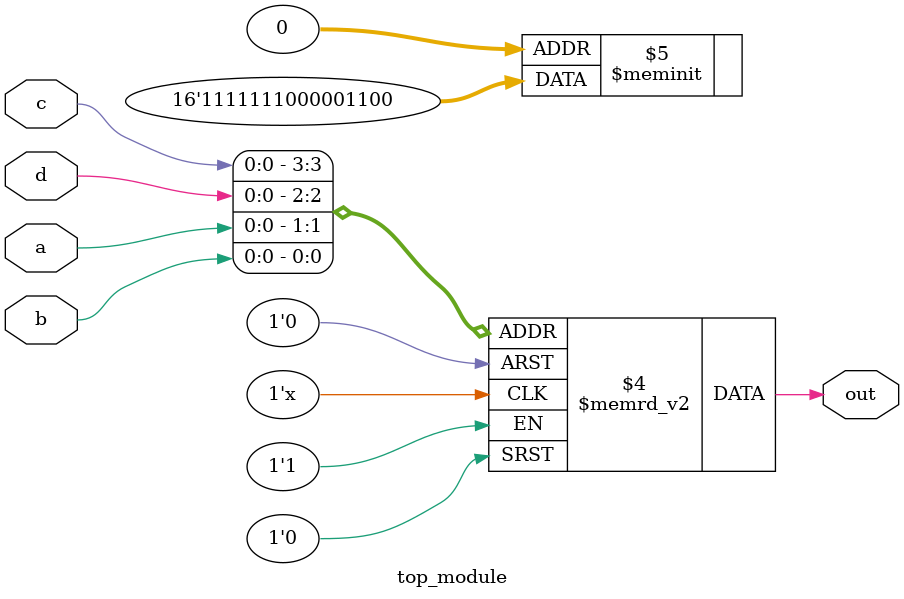
<source format=sv>
module top_module (
    input a,
    input b,
    input c,
    input d,
    output reg out
);

always @(*) begin
    case ({c, d, a, b})
        // cd = 00
        4'b0000: out = 1'b0; // ab -> 00
        4'b0001: out = 1'b0; // ab -> 01
        4'b0010: out = 1'b1; // ab -> 10
        4'b0011: out = 1'b1; // ab -> 11

        // cd = 01
        4'b0100: out = 1'b0; // ab -> 00
        4'b0101: out = 1'b0; // ab -> 01
        4'b0110: out = 1'b0; // ab -> 10 (don't-care selected as 0)
        4'b0111: out = 1'b0; // ab -> 11 (don't-care selected as 0)

        // cd = 10
        4'b1000: out = 1'b0; // ab -> 00
        4'b1001: out = 1'b1; // ab -> 01
        4'b1010: out = 1'b1; // ab -> 10
        4'b1011: out = 1'b1; // ab -> 11

        // cd = 11
        4'b1100: out = 1'b1; // ab -> 00
        4'b1101: out = 1'b1; // ab -> 01
        4'b1110: out = 1'b1; // ab -> 10
        4'b1111: out = 1'b1; // ab -> 11

        default: out = 1'b0; // Default to 0 for safety
    endcase
end

endmodule

</source>
